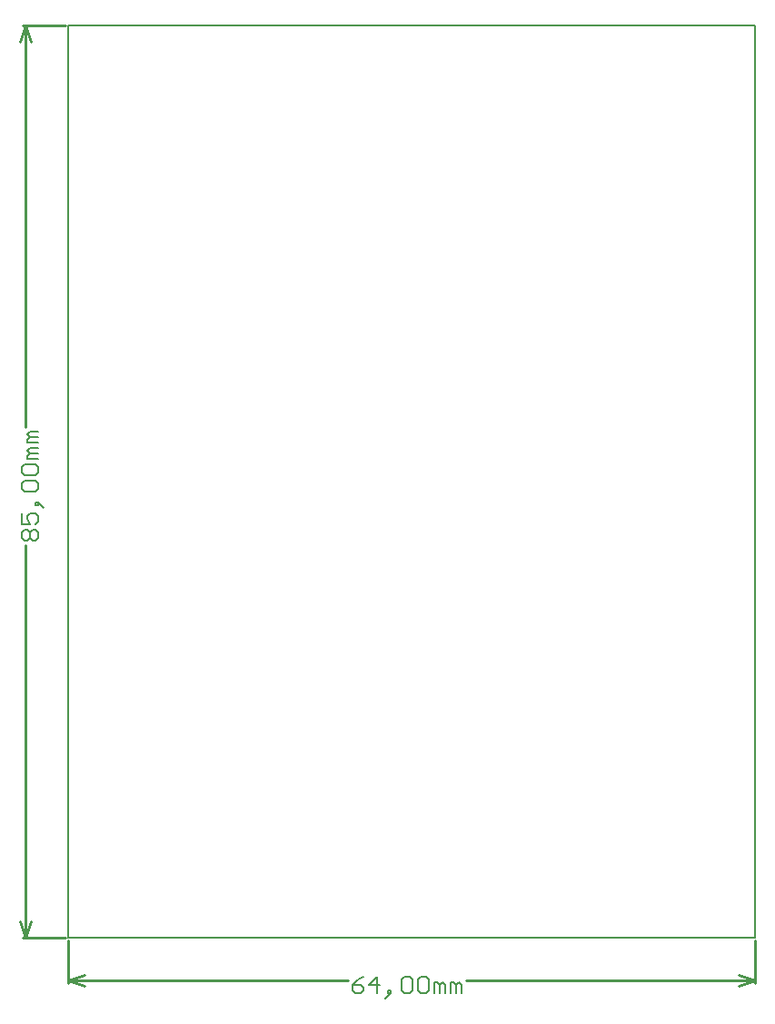
<source format=gko>
%FSLAX44Y44*%
%MOMM*%
G71*
G01*
G75*
G04 Layer_Color=16711935*
%ADD10R,1.0000X0.9500*%
%ADD11R,1.6002X1.2700*%
%ADD12R,2.2000X1.1000*%
%ADD13R,0.9500X1.0000*%
%ADD14R,0.6500X0.4000*%
%ADD15O,0.6000X1.9000*%
%ADD16R,2.2000X1.4000*%
%ADD17R,0.9000X1.4000*%
%ADD18R,1.0000X0.4000*%
%ADD19R,0.8000X0.8000*%
%ADD20R,0.4000X1.4000*%
%ADD21R,2.3000X1.9000*%
%ADD22R,1.8000X1.9000*%
%ADD23R,1.1500X1.4000*%
%ADD24R,0.6000X1.2000*%
%ADD25R,0.8000X0.6000*%
%ADD26R,0.6000X0.8000*%
%ADD27R,0.5000X0.6000*%
%ADD28R,1.6000X3.9000*%
%ADD29R,2.1000X5.8000*%
%ADD30R,1.0000X0.6000*%
G04:AMPARAMS|DCode=31|XSize=1.05mm|YSize=3.82mm|CornerRadius=0.0525mm|HoleSize=0mm|Usage=FLASHONLY|Rotation=180.000|XOffset=0mm|YOffset=0mm|HoleType=Round|Shape=RoundedRectangle|*
%AMROUNDEDRECTD31*
21,1,1.0500,3.7150,0,0,180.0*
21,1,0.9450,3.8200,0,0,180.0*
1,1,0.1050,-0.4725,1.8575*
1,1,0.1050,0.4725,1.8575*
1,1,0.1050,0.4725,-1.8575*
1,1,0.1050,-0.4725,-1.8575*
%
%ADD31ROUNDEDRECTD31*%
G04:AMPARAMS|DCode=32|XSize=7.48mm|YSize=8.55mm|CornerRadius=0.0374mm|HoleSize=0mm|Usage=FLASHONLY|Rotation=90.000|XOffset=0mm|YOffset=0mm|HoleType=Round|Shape=RoundedRectangle|*
%AMROUNDEDRECTD32*
21,1,7.4800,8.4752,0,0,90.0*
21,1,7.4052,8.5500,0,0,90.0*
1,1,0.0748,4.2376,3.7026*
1,1,0.0748,4.2376,-3.7026*
1,1,0.0748,-4.2376,-3.7026*
1,1,0.0748,-4.2376,3.7026*
%
%ADD32ROUNDEDRECTD32*%
G04:AMPARAMS|DCode=33|XSize=0.6mm|YSize=1mm|CornerRadius=0.15mm|HoleSize=0mm|Usage=FLASHONLY|Rotation=90.000|XOffset=0mm|YOffset=0mm|HoleType=Round|Shape=RoundedRectangle|*
%AMROUNDEDRECTD33*
21,1,0.6000,0.7000,0,0,90.0*
21,1,0.3000,1.0000,0,0,90.0*
1,1,0.3000,0.3500,0.1500*
1,1,0.3000,0.3500,-0.1500*
1,1,0.3000,-0.3500,-0.1500*
1,1,0.3000,-0.3500,0.1500*
%
%ADD33ROUNDEDRECTD33*%
%ADD34R,1.8500X1.3000*%
%ADD35R,1.3000X1.8500*%
%ADD36O,1.6500X0.3000*%
%ADD37O,0.3000X1.6500*%
%ADD38R,7.0000X7.0000*%
%ADD39C,0.2500*%
%ADD40C,0.5000*%
%ADD41C,0.8000*%
%ADD42C,0.3500*%
%ADD43C,1.2000*%
%ADD44C,0.2540*%
%ADD45C,0.2032*%
%ADD46C,0.4000*%
%ADD47C,0.6000*%
%ADD48C,1.0000*%
%ADD49C,0.7500*%
%ADD50C,0.7620*%
%ADD51C,1.1000*%
%ADD52C,1.0160*%
%ADD53R,1.5500X1.5500*%
%ADD54C,1.5500*%
%ADD55C,1.5000*%
%ADD56R,1.5000X1.5000*%
%ADD57C,0.7000*%
%ADD58R,0.7000X0.7000*%
%ADD59R,1.5000X1.5000*%
%ADD60C,2.0000*%
G04:AMPARAMS|DCode=61|XSize=1.55mm|YSize=1.55mm|CornerRadius=0.0465mm|HoleSize=0mm|Usage=FLASHONLY|Rotation=180.000|XOffset=0mm|YOffset=0mm|HoleType=Round|Shape=RoundedRectangle|*
%AMROUNDEDRECTD61*
21,1,1.5500,1.4570,0,0,180.0*
21,1,1.4570,1.5500,0,0,180.0*
1,1,0.0930,-0.7285,0.7285*
1,1,0.0930,0.7285,0.7285*
1,1,0.0930,0.7285,-0.7285*
1,1,0.0930,-0.7285,-0.7285*
%
%ADD61ROUNDEDRECTD61*%
%ADD62C,0.6000*%
%ADD63C,5.0000*%
%ADD64R,1.9000X1.3000*%
%ADD65R,2.8000X1.0000*%
%ADD66R,0.8000X1.0000*%
%ADD67R,1.2000X0.7000*%
%ADD68R,1.2000X1.0000*%
%ADD69R,0.6000X1.0000*%
G04:AMPARAMS|DCode=70|XSize=0.6mm|YSize=1mm|CornerRadius=0.051mm|HoleSize=0mm|Usage=FLASHONLY|Rotation=180.000|XOffset=0mm|YOffset=0mm|HoleType=Round|Shape=RoundedRectangle|*
%AMROUNDEDRECTD70*
21,1,0.6000,0.8980,0,0,180.0*
21,1,0.4980,1.0000,0,0,180.0*
1,1,0.1020,-0.2490,0.4490*
1,1,0.1020,0.2490,0.4490*
1,1,0.1020,0.2490,-0.4490*
1,1,0.1020,-0.2490,-0.4490*
%
%ADD70ROUNDEDRECTD70*%
G04:AMPARAMS|DCode=71|XSize=3.1mm|YSize=4mm|CornerRadius=0.0465mm|HoleSize=0mm|Usage=FLASHONLY|Rotation=180.000|XOffset=0mm|YOffset=0mm|HoleType=Round|Shape=RoundedRectangle|*
%AMROUNDEDRECTD71*
21,1,3.1000,3.9070,0,0,180.0*
21,1,3.0070,4.0000,0,0,180.0*
1,1,0.0930,-1.5035,1.9535*
1,1,0.0930,1.5035,1.9535*
1,1,0.0930,1.5035,-1.9535*
1,1,0.0930,-1.5035,-1.9535*
%
%ADD71ROUNDEDRECTD71*%
%ADD72R,2.1590X2.7430*%
%ADD73C,0.1000*%
%ADD74C,0.1524*%
%ADD75C,0.2000*%
%ADD76C,0.2000*%
%ADD77C,0.1778*%
%ADD78C,0.1016*%
%ADD79C,0.3556*%
%ADD80R,0.8000X0.3000*%
%ADD81R,0.5080X2.1844*%
%ADD82R,1.6000X0.5000*%
%ADD83R,0.8250X0.2000*%
%ADD84R,1.1524X1.1024*%
%ADD85R,1.7526X1.4224*%
%ADD86R,2.3524X1.2524*%
%ADD87R,1.1024X1.1524*%
%ADD88R,0.8024X0.5524*%
%ADD89O,0.7524X2.0524*%
%ADD90R,2.3524X1.5524*%
%ADD91R,1.0524X1.5524*%
%ADD92R,1.2032X0.6032*%
%ADD93R,0.9524X0.9524*%
%ADD94R,0.5524X1.5524*%
%ADD95R,2.4524X2.0524*%
%ADD96R,1.9524X2.0524*%
%ADD97R,1.3024X1.5524*%
%ADD98R,0.7524X1.3524*%
%ADD99R,0.9524X0.7524*%
%ADD100R,0.7524X0.9524*%
%ADD101R,0.6000X0.7000*%
%ADD102R,1.7524X4.0524*%
%ADD103R,2.2524X5.9524*%
%ADD104R,1.1524X0.7524*%
G04:AMPARAMS|DCode=105|XSize=1.2024mm|YSize=3.9724mm|CornerRadius=0.1287mm|HoleSize=0mm|Usage=FLASHONLY|Rotation=180.000|XOffset=0mm|YOffset=0mm|HoleType=Round|Shape=RoundedRectangle|*
%AMROUNDEDRECTD105*
21,1,1.2024,3.7150,0,0,180.0*
21,1,0.9450,3.9724,0,0,180.0*
1,1,0.2574,-0.4725,1.8575*
1,1,0.2574,0.4725,1.8575*
1,1,0.2574,0.4725,-1.8575*
1,1,0.2574,-0.4725,-1.8575*
%
%ADD105ROUNDEDRECTD105*%
G04:AMPARAMS|DCode=106|XSize=7.6324mm|YSize=8.7024mm|CornerRadius=0.1136mm|HoleSize=0mm|Usage=FLASHONLY|Rotation=90.000|XOffset=0mm|YOffset=0mm|HoleType=Round|Shape=RoundedRectangle|*
%AMROUNDEDRECTD106*
21,1,7.6324,8.4752,0,0,90.0*
21,1,7.4052,8.7024,0,0,90.0*
1,1,0.2272,4.2376,3.7026*
1,1,0.2272,4.2376,-3.7026*
1,1,0.2272,-4.2376,-3.7026*
1,1,0.2272,-4.2376,3.7026*
%
%ADD106ROUNDEDRECTD106*%
G04:AMPARAMS|DCode=107|XSize=0.7524mm|YSize=1.1524mm|CornerRadius=0.2262mm|HoleSize=0mm|Usage=FLASHONLY|Rotation=90.000|XOffset=0mm|YOffset=0mm|HoleType=Round|Shape=RoundedRectangle|*
%AMROUNDEDRECTD107*
21,1,0.7524,0.7000,0,0,90.0*
21,1,0.3000,1.1524,0,0,90.0*
1,1,0.4524,0.3500,0.1500*
1,1,0.4524,0.3500,-0.1500*
1,1,0.4524,-0.3500,-0.1500*
1,1,0.4524,-0.3500,0.1500*
%
%ADD107ROUNDEDRECTD107*%
%ADD108R,2.0024X1.4524*%
%ADD109R,1.4524X2.0024*%
%ADD110O,1.8024X0.4524*%
%ADD111O,0.4524X1.8024*%
%ADD112R,7.1524X7.1524*%
%ADD113R,1.7024X1.7024*%
%ADD114C,1.7024*%
%ADD115C,1.6524*%
%ADD116R,1.6524X1.6524*%
%ADD117C,0.8524*%
%ADD118R,0.8524X0.8524*%
%ADD119R,1.6524X1.6524*%
%ADD120C,2.7620*%
G04:AMPARAMS|DCode=121|XSize=1.7024mm|YSize=1.7024mm|CornerRadius=0.1227mm|HoleSize=0mm|Usage=FLASHONLY|Rotation=180.000|XOffset=0mm|YOffset=0mm|HoleType=Round|Shape=RoundedRectangle|*
%AMROUNDEDRECTD121*
21,1,1.7024,1.4570,0,0,180.0*
21,1,1.4570,1.7024,0,0,180.0*
1,1,0.2454,-0.7285,0.7285*
1,1,0.2454,0.7285,0.7285*
1,1,0.2454,0.7285,-0.7285*
1,1,0.2454,-0.7285,-0.7285*
%
%ADD121ROUNDEDRECTD121*%
%ADD122C,0.7524*%
%ADD123C,5.1524*%
%ADD124R,2.0524X1.4524*%
%ADD125R,2.9524X1.1524*%
%ADD126R,0.9524X1.1524*%
%ADD127R,1.3524X0.8524*%
%ADD128R,1.3524X1.1524*%
%ADD129R,0.7524X1.1524*%
G04:AMPARAMS|DCode=130|XSize=0.7524mm|YSize=1.1524mm|CornerRadius=0.1272mm|HoleSize=0mm|Usage=FLASHONLY|Rotation=180.000|XOffset=0mm|YOffset=0mm|HoleType=Round|Shape=RoundedRectangle|*
%AMROUNDEDRECTD130*
21,1,0.7524,0.8980,0,0,180.0*
21,1,0.4980,1.1524,0,0,180.0*
1,1,0.2544,-0.2490,0.4490*
1,1,0.2544,0.2490,0.4490*
1,1,0.2544,0.2490,-0.4490*
1,1,0.2544,-0.2490,-0.4490*
%
%ADD130ROUNDEDRECTD130*%
G04:AMPARAMS|DCode=131|XSize=3.2524mm|YSize=4.1524mm|CornerRadius=0.1227mm|HoleSize=0mm|Usage=FLASHONLY|Rotation=180.000|XOffset=0mm|YOffset=0mm|HoleType=Round|Shape=RoundedRectangle|*
%AMROUNDEDRECTD131*
21,1,3.2524,3.9070,0,0,180.0*
21,1,3.0070,4.1524,0,0,180.0*
1,1,0.2454,-1.5035,1.9535*
1,1,0.2454,1.5035,1.9535*
1,1,0.2454,1.5035,-1.9535*
1,1,0.2454,-1.5035,-1.9535*
%
%ADD131ROUNDEDRECTD131*%
%ADD132R,2.3114X2.8954*%
%ADD133C,0.1270*%
%ADD134C,0.1200*%
%ADD135C,0.0700*%
%ADD136C,0.0508*%
%ADD137C,0.1500*%
%ADD138C,0.0000*%
%ADD139C,0.0500*%
D44*
X572154Y434492D02*
Y474492D01*
X1212154Y434492D02*
Y474492D01*
X572154Y437032D02*
X833242D01*
X942938D02*
X1212154D01*
X572154D02*
X587394Y431952D01*
X572154Y437032D02*
X587394Y442112D01*
X1196914D02*
X1212154Y437032D01*
X1196914Y431952D02*
X1212154Y437032D01*
X529614Y1327032D02*
X569614D01*
X529614Y477032D02*
X569614D01*
X532154Y952816D02*
Y1327032D01*
Y477032D02*
Y843120D01*
X527074Y1311792D02*
X532154Y1327032D01*
X537234Y1311792D01*
X532154Y477032D02*
X537234Y492272D01*
X527074D02*
X532154Y477032D01*
D74*
X847463Y440586D02*
X842385Y438047D01*
X837306Y432969D01*
Y427891D01*
X839846Y425351D01*
X844924D01*
X847463Y427891D01*
Y430430D01*
X844924Y432969D01*
X837306D01*
X860159Y425351D02*
Y440586D01*
X852542Y432969D01*
X862698D01*
X870316Y422812D02*
X872855Y425351D01*
Y427891D01*
X870316D01*
Y425351D01*
X872855D01*
X870316Y422812D01*
X867776Y420273D01*
X883012Y438047D02*
X885551Y440586D01*
X890629D01*
X893168Y438047D01*
Y427891D01*
X890629Y425351D01*
X885551D01*
X883012Y427891D01*
Y438047D01*
X898247D02*
X900786Y440586D01*
X905864D01*
X908403Y438047D01*
Y427891D01*
X905864Y425351D01*
X900786D01*
X898247Y427891D01*
Y438047D01*
X913482Y425351D02*
Y435508D01*
X916021D01*
X918560Y432969D01*
Y425351D01*
Y432969D01*
X921099Y435508D01*
X923639Y432969D01*
Y425351D01*
X928717D02*
Y435508D01*
X931256D01*
X933795Y432969D01*
Y425351D01*
Y432969D01*
X936334Y435508D01*
X938874Y432969D01*
Y425351D01*
X531139Y847184D02*
X528600Y849724D01*
Y854802D01*
X531139Y857341D01*
X533678D01*
X536217Y854802D01*
X538756Y857341D01*
X541296D01*
X543835Y854802D01*
Y849724D01*
X541296Y847184D01*
X538756D01*
X536217Y849724D01*
X533678Y847184D01*
X531139D01*
X536217Y849724D02*
Y854802D01*
X528600Y872576D02*
Y862420D01*
X536217D01*
X533678Y867498D01*
Y870037D01*
X536217Y872576D01*
X541296D01*
X543835Y870037D01*
Y864959D01*
X541296Y862420D01*
X546374Y880194D02*
X543835Y882733D01*
X541296D01*
Y880194D01*
X543835D01*
Y882733D01*
X546374Y880194D01*
X548913Y877655D01*
X531139Y892890D02*
X528600Y895429D01*
Y900507D01*
X531139Y903046D01*
X541296D01*
X543835Y900507D01*
Y895429D01*
X541296Y892890D01*
X531139D01*
Y908125D02*
X528600Y910664D01*
Y915742D01*
X531139Y918281D01*
X541296D01*
X543835Y915742D01*
Y910664D01*
X541296Y908125D01*
X531139D01*
X543835Y923360D02*
X533678D01*
Y925899D01*
X536217Y928438D01*
X543835D01*
X536217D01*
X533678Y930977D01*
X536217Y933516D01*
X543835D01*
Y938595D02*
X533678D01*
Y941134D01*
X536217Y943673D01*
X543835D01*
X536217D01*
X533678Y946212D01*
X536217Y948752D01*
X543835D01*
D75*
X572154Y477032D02*
X1212154D01*
Y1327032D01*
X572154D02*
X1212154D01*
X572154D02*
X572154Y477032D01*
M02*

</source>
